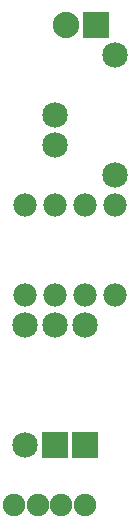
<source format=gbs>
G04 MADE WITH FRITZING*
G04 WWW.FRITZING.ORG*
G04 DOUBLE SIDED*
G04 HOLES PLATED*
G04 CONTOUR ON CENTER OF CONTOUR VECTOR*
%ASAXBY*%
%FSLAX23Y23*%
%MOIN*%
%OFA0B0*%
%SFA1.0B1.0*%
%ADD10C,0.085000*%
%ADD11C,0.075000*%
%ADD12C,0.088000*%
%ADD13C,0.078000*%
%ADD14R,0.085000X0.085000*%
%ADD15R,0.088000X0.088000*%
%ADD16C,0.030000*%
%LNMASK0*%
G90*
G70*
G54D10*
X271Y1476D03*
X271Y1576D03*
G54D11*
X135Y276D03*
X214Y276D03*
X292Y276D03*
X371Y276D03*
G54D10*
X471Y1376D03*
X471Y1776D03*
X371Y476D03*
X371Y876D03*
X171Y476D03*
X171Y876D03*
X271Y476D03*
X271Y876D03*
G54D12*
X407Y1876D03*
X307Y1876D03*
G54D13*
X471Y1276D03*
X371Y1276D03*
X271Y1276D03*
X171Y1276D03*
X171Y976D03*
X271Y976D03*
X371Y976D03*
X471Y976D03*
G54D14*
X371Y476D03*
X271Y476D03*
G54D15*
X407Y1876D03*
G54D16*
G36*
X244Y1503D02*
X299Y1503D01*
X299Y1448D01*
X244Y1448D01*
X244Y1503D01*
G37*
D02*
G36*
X444Y1403D02*
X499Y1403D01*
X499Y1348D01*
X444Y1348D01*
X444Y1403D01*
G37*
D02*
G36*
X144Y503D02*
X199Y503D01*
X199Y448D01*
X144Y448D01*
X144Y503D01*
G37*
D02*
G04 End of Mask0*
M02*
</source>
